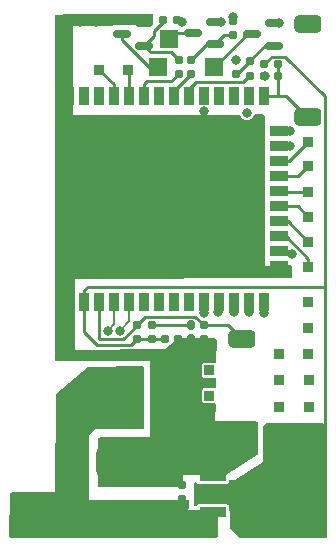
<source format=gbr>
G04 #@! TF.GenerationSoftware,KiCad,Pcbnew,7.0.1-0*
G04 #@! TF.CreationDate,2025-03-17T17:28:37+01:00*
G04 #@! TF.ProjectId,LED-Controller,4c45442d-436f-46e7-9472-6f6c6c65722e,rev?*
G04 #@! TF.SameCoordinates,Original*
G04 #@! TF.FileFunction,Copper,L1,Top*
G04 #@! TF.FilePolarity,Positive*
%FSLAX46Y46*%
G04 Gerber Fmt 4.6, Leading zero omitted, Abs format (unit mm)*
G04 Created by KiCad (PCBNEW 7.0.1-0) date 2025-03-17 17:28:37*
%MOMM*%
%LPD*%
G01*
G04 APERTURE LIST*
G04 Aperture macros list*
%AMRoundRect*
0 Rectangle with rounded corners*
0 $1 Rounding radius*
0 $2 $3 $4 $5 $6 $7 $8 $9 X,Y pos of 4 corners*
0 Add a 4 corners polygon primitive as box body*
4,1,4,$2,$3,$4,$5,$6,$7,$8,$9,$2,$3,0*
0 Add four circle primitives for the rounded corners*
1,1,$1+$1,$2,$3*
1,1,$1+$1,$4,$5*
1,1,$1+$1,$6,$7*
1,1,$1+$1,$8,$9*
0 Add four rect primitives between the rounded corners*
20,1,$1+$1,$2,$3,$4,$5,0*
20,1,$1+$1,$4,$5,$6,$7,0*
20,1,$1+$1,$6,$7,$8,$9,0*
20,1,$1+$1,$8,$9,$2,$3,0*%
%AMFreePoly0*
4,1,9,5.362500,-0.866500,1.237500,-0.866500,1.237500,-0.450000,-1.237500,-0.450000,-1.237500,0.450000,1.237500,0.450000,1.237500,0.866500,5.362500,0.866500,5.362500,-0.866500,5.362500,-0.866500,$1*%
G04 Aperture macros list end*
G04 #@! TA.AperFunction,SMDPad,CuDef*
%ADD10R,2.300000X0.900000*%
G04 #@! TD*
G04 #@! TA.AperFunction,SMDPad,CuDef*
%ADD11FreePoly0,0.000000*%
G04 #@! TD*
G04 #@! TA.AperFunction,SMDPad,CuDef*
%ADD12RoundRect,0.381000X0.762000X0.381000X-0.762000X0.381000X-0.762000X-0.381000X0.762000X-0.381000X0*%
G04 #@! TD*
G04 #@! TA.AperFunction,SMDPad,CuDef*
%ADD13RoundRect,0.381000X-0.762000X-0.381000X0.762000X-0.381000X0.762000X0.381000X-0.762000X0.381000X0*%
G04 #@! TD*
G04 #@! TA.AperFunction,SMDPad,CuDef*
%ADD14RoundRect,0.160000X0.160000X-0.197500X0.160000X0.197500X-0.160000X0.197500X-0.160000X-0.197500X0*%
G04 #@! TD*
G04 #@! TA.AperFunction,ComponentPad*
%ADD15R,0.850000X0.850000*%
G04 #@! TD*
G04 #@! TA.AperFunction,SMDPad,CuDef*
%ADD16RoundRect,0.150000X0.587500X0.150000X-0.587500X0.150000X-0.587500X-0.150000X0.587500X-0.150000X0*%
G04 #@! TD*
G04 #@! TA.AperFunction,SMDPad,CuDef*
%ADD17RoundRect,0.160000X-0.197500X-0.160000X0.197500X-0.160000X0.197500X0.160000X-0.197500X0.160000X0*%
G04 #@! TD*
G04 #@! TA.AperFunction,SMDPad,CuDef*
%ADD18R,0.900000X1.500000*%
G04 #@! TD*
G04 #@! TA.AperFunction,SMDPad,CuDef*
%ADD19R,1.500000X0.900000*%
G04 #@! TD*
G04 #@! TA.AperFunction,SMDPad,CuDef*
%ADD20R,1.050000X1.050000*%
G04 #@! TD*
G04 #@! TA.AperFunction,HeatsinkPad*
%ADD21C,0.600000*%
G04 #@! TD*
G04 #@! TA.AperFunction,SMDPad,CuDef*
%ADD22R,4.200000X4.200000*%
G04 #@! TD*
G04 #@! TA.AperFunction,SMDPad,CuDef*
%ADD23RoundRect,0.155000X0.212500X0.155000X-0.212500X0.155000X-0.212500X-0.155000X0.212500X-0.155000X0*%
G04 #@! TD*
G04 #@! TA.AperFunction,ComponentPad*
%ADD24RoundRect,0.250000X0.550000X0.550000X-0.550000X0.550000X-0.550000X-0.550000X0.550000X-0.550000X0*%
G04 #@! TD*
G04 #@! TA.AperFunction,ComponentPad*
%ADD25RoundRect,0.250000X-0.550000X-0.550000X0.550000X-0.550000X0.550000X0.550000X-0.550000X0.550000X0*%
G04 #@! TD*
G04 #@! TA.AperFunction,ComponentPad*
%ADD26RoundRect,0.875000X0.875000X-0.875000X0.875000X0.875000X-0.875000X0.875000X-0.875000X-0.875000X0*%
G04 #@! TD*
G04 #@! TA.AperFunction,ComponentPad*
%ADD27RoundRect,0.750000X1.000000X-0.750000X1.000000X0.750000X-1.000000X0.750000X-1.000000X-0.750000X0*%
G04 #@! TD*
G04 #@! TA.AperFunction,ComponentPad*
%ADD28R,3.500000X3.500000*%
G04 #@! TD*
G04 #@! TA.AperFunction,SMDPad,CuDef*
%ADD29RoundRect,0.155000X-0.155000X0.212500X-0.155000X-0.212500X0.155000X-0.212500X0.155000X0.212500X0*%
G04 #@! TD*
G04 #@! TA.AperFunction,SMDPad,CuDef*
%ADD30RoundRect,0.160000X0.160000X-0.222500X0.160000X0.222500X-0.160000X0.222500X-0.160000X-0.222500X0*%
G04 #@! TD*
G04 #@! TA.AperFunction,SMDPad,CuDef*
%ADD31RoundRect,0.155000X-0.212500X-0.155000X0.212500X-0.155000X0.212500X0.155000X-0.212500X0.155000X0*%
G04 #@! TD*
G04 #@! TA.AperFunction,SMDPad,CuDef*
%ADD32RoundRect,0.155000X0.155000X-0.212500X0.155000X0.212500X-0.155000X0.212500X-0.155000X-0.212500X0*%
G04 #@! TD*
G04 #@! TA.AperFunction,ViaPad*
%ADD33C,0.800000*%
G04 #@! TD*
G04 #@! TA.AperFunction,Conductor*
%ADD34C,0.250000*%
G04 #@! TD*
G04 #@! TA.AperFunction,Conductor*
%ADD35C,0.200000*%
G04 #@! TD*
G04 APERTURE END LIST*
D10*
G04 #@! TO.P,U2,1,GND*
G04 #@! TO.N,GNDREF*
X158992400Y-124077600D03*
D11*
G04 #@! TO.P,U2,2,VO*
G04 #@! TO.N,+3.3V*
X159079900Y-125577600D03*
D10*
G04 #@! TO.P,U2,3,VI*
G04 #@! TO.N,+12V*
X158992400Y-127077600D03*
G04 #@! TD*
D12*
G04 #@! TO.P,SW1,1,1*
G04 #@! TO.N,GNDREF*
X161442400Y-120294400D03*
G04 #@! TO.P,SW1,2,2*
G04 #@! TO.N,EN*
X161442400Y-112420400D03*
G04 #@! TD*
D13*
G04 #@! TO.P,SW2,1,1*
G04 #@! TO.N,GNDREF*
X167030400Y-85795600D03*
G04 #@! TO.P,SW2,2,2*
G04 #@! TO.N,IO0*
X167030400Y-93669600D03*
G04 #@! TD*
D14*
G04 #@! TO.P,R5,1*
G04 #@! TO.N,LED-B*
X162153600Y-90157900D03*
G04 #@! TO.P,R5,2*
G04 #@! TO.N,Net-(Q3-G)*
X162153600Y-88962900D03*
G04 #@! TD*
D15*
G04 #@! TO.P,J22,1,Pin_1*
G04 #@! TO.N,SDI{slash}SD1*
X167081200Y-95758000D03*
G04 #@! TD*
G04 #@! TO.P,J11,1,Pin_1*
G04 #@! TO.N,Net-(J11-Pin_1)*
X167132000Y-118211600D03*
G04 #@! TD*
G04 #@! TO.P,J19,1,Pin_1*
G04 #@! TO.N,SCK{slash}SD3*
X167081200Y-99974400D03*
G04 #@! TD*
G04 #@! TO.P,J25,1,Pin_1*
G04 #@! TO.N,Sensor_VP*
X158699200Y-117246400D03*
G04 #@! TD*
G04 #@! TO.P,J24,1,Pin_1*
G04 #@! TO.N,Sensor_VN*
X158699200Y-115112800D03*
G04 #@! TD*
G04 #@! TO.P,J23,1,Pin_1*
G04 #@! TO.N,SDO{slash}SD0*
X167081200Y-97840800D03*
G04 #@! TD*
G04 #@! TO.P,J21,1,Pin_1*
G04 #@! TO.N,SHD{slash}SD2*
X167081200Y-106375200D03*
G04 #@! TD*
G04 #@! TO.P,J20,1,Pin_1*
G04 #@! TO.N,SWP{slash}SD3*
X167081200Y-104241600D03*
G04 #@! TD*
G04 #@! TO.P,J18,1,Pin_1*
G04 #@! TO.N,SCS{slash}CMD*
X167081200Y-102108000D03*
G04 #@! TD*
G04 #@! TO.P,J17,1,Pin_1*
G04 #@! TO.N,Net-(J17-Pin_1)*
X167030400Y-109321600D03*
G04 #@! TD*
G04 #@! TO.P,J16,1,Pin_1*
G04 #@! TO.N,Net-(J16-Pin_1)*
X167081200Y-111506000D03*
G04 #@! TD*
G04 #@! TO.P,J15,1,Pin_1*
G04 #@! TO.N,Net-(J15-Pin_1)*
X167081200Y-113690400D03*
G04 #@! TD*
G04 #@! TO.P,J14,1,Pin_1*
G04 #@! TO.N,Net-(J14-Pin_1)*
X164592000Y-113690400D03*
G04 #@! TD*
G04 #@! TO.P,J13,1,Pin_1*
G04 #@! TO.N,Net-(J13-Pin_1)*
X167132000Y-115925600D03*
G04 #@! TD*
G04 #@! TO.P,J12,1,Pin_1*
G04 #@! TO.N,Net-(J12-Pin_1)*
X164592000Y-115925600D03*
G04 #@! TD*
G04 #@! TO.P,J5,1,Pin_1*
G04 #@! TO.N,Net-(J5-Pin_1)*
X164592000Y-118211600D03*
G04 #@! TD*
D16*
G04 #@! TO.P,Q3,3,D*
G04 #@! TO.N,LED-B-Out*
X162306000Y-86664800D03*
G04 #@! TO.P,Q3,2,S*
G04 #@! TO.N,GNDREF*
X164181000Y-85714800D03*
G04 #@! TO.P,Q3,1,G*
G04 #@! TO.N,Net-(Q3-G)*
X164181000Y-87614800D03*
G04 #@! TD*
G04 #@! TO.P,Q2,1,G*
G04 #@! TO.N,Net-(Q2-G)*
X153157400Y-87614800D03*
G04 #@! TO.P,Q2,2,S*
G04 #@! TO.N,GNDREF*
X153157400Y-85714800D03*
G04 #@! TO.P,Q2,3,D*
G04 #@! TO.N,LED-G-Out*
X151282400Y-86664800D03*
G04 #@! TD*
D14*
G04 #@! TO.P,R9,1*
G04 #@! TO.N,+3.3V*
X153822400Y-112437800D03*
G04 #@! TO.P,R9,2*
G04 #@! TO.N,Net-(D1-A)*
X153822400Y-111242800D03*
G04 #@! TD*
D17*
G04 #@! TO.P,R4,1*
G04 #@! TO.N,Net-(Q2-G)*
X154748900Y-85445600D03*
G04 #@! TO.P,R4,2*
G04 #@! TO.N,GNDREF*
X155943900Y-85445600D03*
G04 #@! TD*
D18*
G04 #@! TO.P,U1,1,GND*
G04 #@! TO.N,GNDREF*
X146837000Y-109346400D03*
G04 #@! TO.P,U1,2,VDD*
G04 #@! TO.N,+3.3V*
X148107000Y-109346400D03*
G04 #@! TO.P,U1,3,EN*
G04 #@! TO.N,EN*
X149377000Y-109346400D03*
G04 #@! TO.P,U1,4,SENSOR_VP*
G04 #@! TO.N,Sensor_VP*
X150647000Y-109346400D03*
G04 #@! TO.P,U1,5,SENSOR_VN*
G04 #@! TO.N,Sensor_VN*
X151917000Y-109346400D03*
G04 #@! TO.P,U1,6,IO34*
G04 #@! TO.N,unconnected-(U1-IO34-Pad6)*
X153187000Y-109346400D03*
G04 #@! TO.P,U1,7,IO35*
G04 #@! TO.N,unconnected-(U1-IO35-Pad7)*
X154457000Y-109346400D03*
G04 #@! TO.P,U1,8,IO32*
G04 #@! TO.N,unconnected-(U1-IO32-Pad8)*
X155727000Y-109346400D03*
G04 #@! TO.P,U1,9,IO33*
G04 #@! TO.N,unconnected-(U1-IO33-Pad9)*
X156997000Y-109346400D03*
G04 #@! TO.P,U1,10,IO25*
G04 #@! TO.N,RGB-8*
X158267000Y-109346400D03*
G04 #@! TO.P,U1,11,IO26*
G04 #@! TO.N,RGB-7*
X159537000Y-109346400D03*
G04 #@! TO.P,U1,12,IO27*
G04 #@! TO.N,RGB-6*
X160807000Y-109346400D03*
G04 #@! TO.P,U1,13,IO14*
G04 #@! TO.N,RGB-5*
X162077000Y-109346400D03*
G04 #@! TO.P,U1,14,IO12*
G04 #@! TO.N,RGB-4*
X163347000Y-109346400D03*
D19*
G04 #@! TO.P,U1,15,GND*
G04 #@! TO.N,GNDREF*
X164597000Y-106306400D03*
G04 #@! TO.P,U1,16,IO13*
G04 #@! TO.N,RGB-3*
X164597000Y-105036400D03*
G04 #@! TO.P,U1,17,SHD/SD2*
G04 #@! TO.N,SHD{slash}SD2*
X164597000Y-103766400D03*
G04 #@! TO.P,U1,18,SWP/SD3*
G04 #@! TO.N,SWP{slash}SD3*
X164597000Y-102496400D03*
G04 #@! TO.P,U1,19,SCS/CMD*
G04 #@! TO.N,SCS{slash}CMD*
X164597000Y-101226400D03*
G04 #@! TO.P,U1,20,SCK/CLK*
G04 #@! TO.N,SCK{slash}SD3*
X164597000Y-99956400D03*
G04 #@! TO.P,U1,21,SDO/SD0*
G04 #@! TO.N,SDO{slash}SD0*
X164597000Y-98686400D03*
G04 #@! TO.P,U1,22,SDI/SD1*
G04 #@! TO.N,SDI{slash}SD1*
X164597000Y-97416400D03*
G04 #@! TO.P,U1,23,IO15*
G04 #@! TO.N,RGB-2*
X164597000Y-96146400D03*
G04 #@! TO.P,U1,24,IO2*
G04 #@! TO.N,RGB-1*
X164597000Y-94876400D03*
D18*
G04 #@! TO.P,U1,25,IO0*
G04 #@! TO.N,IO0*
X163347000Y-91846400D03*
G04 #@! TO.P,U1,26,IO4*
G04 #@! TO.N,unconnected-(U1-IO4-Pad26)*
X162077000Y-91846400D03*
G04 #@! TO.P,U1,27,IO16*
G04 #@! TO.N,unconnected-(U1-IO16-Pad27)*
X160807000Y-91846400D03*
G04 #@! TO.P,U1,28,IO17*
G04 #@! TO.N,unconnected-(U1-IO17-Pad28)*
X159537000Y-91846400D03*
G04 #@! TO.P,U1,29,IO5*
G04 #@! TO.N,unconnected-(U1-IO5-Pad29)*
X158267000Y-91846400D03*
G04 #@! TO.P,U1,30,IO18*
G04 #@! TO.N,LED-B*
X156997000Y-91846400D03*
G04 #@! TO.P,U1,31,IO19*
G04 #@! TO.N,LED-R*
X155727000Y-91846400D03*
G04 #@! TO.P,U1,32,NC*
G04 #@! TO.N,unconnected-(U1-NC-Pad32)*
X154457000Y-91846400D03*
G04 #@! TO.P,U1,33,IO21*
G04 #@! TO.N,LED-G*
X153187000Y-91846400D03*
G04 #@! TO.P,U1,34,RXD0/IO3*
G04 #@! TO.N,RX*
X151917000Y-91846400D03*
G04 #@! TO.P,U1,35,TXD0/IO1*
G04 #@! TO.N,TX*
X150647000Y-91846400D03*
G04 #@! TO.P,U1,36,IO22*
G04 #@! TO.N,unconnected-(U1-IO22-Pad36)*
X149377000Y-91846400D03*
G04 #@! TO.P,U1,37,IO23*
G04 #@! TO.N,unconnected-(U1-IO23-Pad37)*
X148107000Y-91846400D03*
G04 #@! TO.P,U1,38,GND*
G04 #@! TO.N,GNDREF*
X146837000Y-91846400D03*
D20*
G04 #@! TO.P,U1,39,GND*
X152652000Y-102801400D03*
D21*
X153414500Y-102801400D03*
D20*
X154177000Y-102801400D03*
D21*
X154939500Y-102801400D03*
D20*
X155702000Y-102801400D03*
D21*
X152652000Y-102038900D03*
X154177000Y-102038900D03*
X155702000Y-102038900D03*
D20*
X152652000Y-101276400D03*
D21*
X153414500Y-101276400D03*
D20*
X154177000Y-101276400D03*
D22*
X154177000Y-101276400D03*
D21*
X154939500Y-101276400D03*
D20*
X155702000Y-101276400D03*
D21*
X152652000Y-100513900D03*
X154177000Y-100513900D03*
X155702000Y-100513900D03*
D20*
X152652000Y-99751400D03*
D21*
X153414500Y-99751400D03*
D20*
X154177000Y-99751400D03*
D21*
X154939500Y-99751400D03*
D20*
X155702000Y-99751400D03*
G04 #@! TD*
D15*
G04 #@! TO.P,J8,1,Pin_1*
G04 #@! TO.N,RX*
X151790400Y-89662000D03*
G04 #@! TD*
D23*
G04 #@! TO.P,C1,1*
G04 #@! TO.N,GNDREF*
X156066300Y-112471200D03*
G04 #@! TO.P,C1,2*
G04 #@! TO.N,+3.3V*
X154931300Y-112471200D03*
G04 #@! TD*
D24*
G04 #@! TO.P,J6,1,Pin_1*
G04 #@! TO.N,LED-G-Out*
X154330400Y-89408000D03*
G04 #@! TD*
D15*
G04 #@! TO.P,J7,1,Pin_1*
G04 #@! TO.N,TX*
X149402800Y-89662000D03*
G04 #@! TD*
D25*
G04 #@! TO.P,J3,1,Pin_1*
G04 #@! TO.N,LED-B-Out*
X159105600Y-89408000D03*
G04 #@! TD*
D26*
G04 #@! TO.P,J1,3,MountPin*
G04 #@! TO.N,GNDREF*
X155576000Y-119890800D03*
D27*
G04 #@! TO.P,J1,2*
X150876000Y-122890800D03*
D28*
G04 #@! TO.P,J1,1*
G04 #@! TO.N,+12V*
X150876000Y-116890800D03*
G04 #@! TD*
D15*
G04 #@! TO.P,J9,1,Pin_1*
G04 #@! TO.N,GNDREF*
X158851600Y-120700800D03*
G04 #@! TD*
D14*
G04 #@! TO.P,R7,1*
G04 #@! TO.N,+3.3V*
X152552400Y-112437800D03*
G04 #@! TO.P,R7,2*
G04 #@! TO.N,EN*
X152552400Y-111242800D03*
G04 #@! TD*
G04 #@! TO.P,R3,1*
G04 #@! TO.N,LED-G*
X156108400Y-90005500D03*
G04 #@! TO.P,R3,2*
G04 #@! TO.N,Net-(Q2-G)*
X156108400Y-88810500D03*
G04 #@! TD*
G04 #@! TO.P,R2,1*
G04 #@! TO.N,Net-(Q1-G)*
X160731200Y-86754300D03*
G04 #@! TO.P,R2,2*
G04 #@! TO.N,GNDREF*
X160731200Y-85559300D03*
G04 #@! TD*
G04 #@! TO.P,R1,1*
G04 #@! TO.N,LED-R*
X157175200Y-90005500D03*
G04 #@! TO.P,R1,2*
G04 #@! TO.N,Net-(Q1-G)*
X157175200Y-88810500D03*
G04 #@! TD*
D29*
G04 #@! TO.P,C4,1*
G04 #@! TO.N,GNDREF*
X156362400Y-124857700D03*
G04 #@! TO.P,C4,2*
G04 #@! TO.N,+12V*
X156362400Y-125992700D03*
G04 #@! TD*
D17*
G04 #@! TO.P,R8,1*
G04 #@! TO.N,+3.3V*
X163334100Y-89204800D03*
G04 #@! TO.P,R8,2*
G04 #@! TO.N,IO0*
X164529100Y-89204800D03*
G04 #@! TD*
D30*
G04 #@! TO.P,D1,1,K*
G04 #@! TO.N,GNDREF*
X157175200Y-112434100D03*
G04 #@! TO.P,D1,2,A*
G04 #@! TO.N,Net-(D1-A)*
X157175200Y-111289100D03*
G04 #@! TD*
D14*
G04 #@! TO.P,R6,1*
G04 #@! TO.N,Net-(Q3-G)*
X160985200Y-90005500D03*
G04 #@! TO.P,R6,2*
G04 #@! TO.N,GNDREF*
X160985200Y-88810500D03*
G04 #@! TD*
D24*
G04 #@! TO.P,J4,1,Pin_1*
G04 #@! TO.N,LED-R-Out*
X155295600Y-87020400D03*
G04 #@! TD*
D15*
G04 #@! TO.P,J10,1,Pin_1*
G04 #@! TO.N,+3.3V*
X167335200Y-125526800D03*
G04 #@! TD*
D31*
G04 #@! TO.P,C3,1*
G04 #@! TO.N,GNDREF*
X163364100Y-90220800D03*
G04 #@! TO.P,C3,2*
G04 #@! TO.N,IO0*
X164499100Y-90220800D03*
G04 #@! TD*
D32*
G04 #@! TO.P,C2,2*
G04 #@! TO.N,EN*
X158292800Y-111302800D03*
G04 #@! TO.P,C2,1*
G04 #@! TO.N,GNDREF*
X158292800Y-112437800D03*
G04 #@! TD*
D16*
G04 #@! TO.P,Q1,1,G*
G04 #@! TO.N,Net-(Q1-G)*
X159202600Y-87513200D03*
G04 #@! TO.P,Q1,2,S*
G04 #@! TO.N,GNDREF*
X159202600Y-85613200D03*
G04 #@! TO.P,Q1,3,D*
G04 #@! TO.N,LED-R-Out*
X157327600Y-86563200D03*
G04 #@! TD*
D25*
G04 #@! TO.P,J2,1,Pin_1*
G04 #@! TO.N,+12V*
X143814800Y-127558800D03*
G04 #@! TD*
D33*
G04 #@! TO.N,GNDREF*
X158242000Y-93195902D03*
G04 #@! TO.N,+5V*
X161899600Y-93319600D03*
G04 #@! TO.N,GNDREF*
X163423600Y-90220800D03*
X160985200Y-88810500D03*
X160731200Y-85236000D03*
X156413200Y-85648800D03*
X167030400Y-85750400D03*
X149148800Y-85648800D03*
X147777200Y-85648800D03*
X146507200Y-85648800D03*
X159664400Y-85598000D03*
X164642800Y-85699600D03*
X153517600Y-85445600D03*
G04 #@! TO.N,RGB-6*
X160807000Y-110185200D03*
G04 #@! TO.N,RGB-7*
X159461200Y-110185200D03*
G04 #@! TO.N,RGB-5*
X162052000Y-110185200D03*
G04 #@! TO.N,RGB-4*
X163322000Y-110236000D03*
G04 #@! TO.N,RGB-3*
X165676601Y-105290599D03*
G04 #@! TO.N,RGB-8*
X158292800Y-110236000D03*
G04 #@! TO.N,Sensor_VN*
X151101003Y-111758800D03*
G04 #@! TO.N,Sensor_VP*
X150101500Y-111758800D03*
G04 #@! TO.N,RGB-2*
X165557200Y-96146400D03*
G04 #@! TO.N,RGB-1*
X165557200Y-94876400D03*
G04 #@! TD*
D34*
G04 #@! TO.N,+3.3V*
X167335200Y-125526800D02*
X159130700Y-125526800D01*
X159130700Y-125526800D02*
X159079900Y-125577600D01*
G04 #@! TO.N,GNDREF*
X163423600Y-90220800D02*
X163306706Y-90220800D01*
G04 #@! TO.N,Net-(Q2-G)*
X153157400Y-87614800D02*
X153986900Y-86785300D01*
X154748900Y-85585900D02*
X154748900Y-85445600D01*
X153986900Y-86785300D02*
X153986900Y-86347900D01*
X153986900Y-86347900D02*
X154748900Y-85585900D01*
X156108400Y-88810500D02*
X155486700Y-88188800D01*
X155486700Y-88188800D02*
X153731400Y-88188800D01*
X153731400Y-88188800D02*
X153157400Y-87614800D01*
G04 #@! TO.N,LED-B-Out*
X162306000Y-86664800D02*
X161899600Y-86664800D01*
X161899600Y-86664800D02*
X159156400Y-89408000D01*
X159156400Y-89408000D02*
X159105600Y-89408000D01*
G04 #@! TO.N,Net-(Q1-G)*
X160731200Y-86754300D02*
X159961500Y-86754300D01*
X159961500Y-86754300D02*
X159202600Y-87513200D01*
G04 #@! TO.N,GNDREF*
X153517600Y-85445600D02*
X153426600Y-85445600D01*
X153426600Y-85445600D02*
X153157400Y-85714800D01*
X156413200Y-85648800D02*
X155943900Y-85648800D01*
X159664400Y-85598000D02*
X159217800Y-85598000D01*
X159217800Y-85598000D02*
X159202600Y-85613200D01*
X167030400Y-85750400D02*
X167030400Y-85795600D01*
X164196200Y-85699600D02*
X164181000Y-85714800D01*
G04 #@! TO.N,EN*
X149377000Y-112483300D02*
X149377000Y-109346400D01*
G04 #@! TO.N,GNDREF*
X167030400Y-85744800D02*
X167081200Y-85795600D01*
X167030400Y-85750400D02*
X167030400Y-85744800D01*
X167036000Y-85750400D02*
X167030400Y-85750400D01*
X146837000Y-92126200D02*
X146837000Y-91846400D01*
X146633800Y-91643200D02*
X146633800Y-92074600D01*
X146633800Y-92074600D02*
X146761200Y-92202000D01*
X146761200Y-92202000D02*
X146837000Y-92126200D01*
X149352000Y-85445600D02*
X149148800Y-85648800D01*
X146507200Y-85648800D02*
X146405600Y-85547200D01*
X146405600Y-85547200D02*
X146405600Y-85496400D01*
G04 #@! TO.N,RX*
X151917000Y-91846400D02*
X151917000Y-89788600D01*
X151917000Y-89788600D02*
X151790400Y-89662000D01*
G04 #@! TO.N,TX*
X150647000Y-91846400D02*
X150647000Y-90906200D01*
X150647000Y-90906200D02*
X149402800Y-89662000D01*
G04 #@! TO.N,LED-B*
X161569000Y-90691700D02*
X157571700Y-90691700D01*
X157571700Y-90691700D02*
X156997000Y-91266400D01*
X156997000Y-91266400D02*
X156997000Y-91846400D01*
G04 #@! TO.N,LED-G*
X156108400Y-90005500D02*
X155479300Y-90634600D01*
X155479300Y-90634600D02*
X153398800Y-90634600D01*
X153398800Y-90634600D02*
X153187000Y-90846400D01*
X153187000Y-90846400D02*
X153187000Y-91846400D01*
G04 #@! TO.N,LED-R*
X157175200Y-90005500D02*
X155727000Y-91453700D01*
X155727000Y-91453700D02*
X155727000Y-91846400D01*
G04 #@! TO.N,LED-G-Out*
X151282400Y-86664800D02*
X151282400Y-87149051D01*
X151282400Y-87149051D02*
X153642949Y-89509600D01*
X153642949Y-89509600D02*
X154330400Y-89509600D01*
G04 #@! TO.N,GNDREF*
X157175200Y-112434100D02*
X156103400Y-112434100D01*
X156103400Y-112434100D02*
X156066300Y-112471200D01*
X157175200Y-112434100D02*
X158289100Y-112434100D01*
X158289100Y-112434100D02*
X158292800Y-112437800D01*
G04 #@! TO.N,EN*
X158292800Y-111302800D02*
X160324800Y-111302800D01*
X160324800Y-111302800D02*
X161442400Y-112420400D01*
X152552400Y-111242800D02*
X153234900Y-110560300D01*
X153234900Y-110560300D02*
X157514794Y-110560300D01*
X157514794Y-110560300D02*
X158257294Y-111302800D01*
X158257294Y-111302800D02*
X158292800Y-111302800D01*
G04 #@! TO.N,Net-(D1-A)*
X153822400Y-111242800D02*
X153868700Y-111289100D01*
X153868700Y-111289100D02*
X157175200Y-111289100D01*
G04 #@! TO.N,+3.3V*
X153822400Y-112437800D02*
X154897900Y-112437800D01*
X154897900Y-112437800D02*
X154931300Y-112471200D01*
G04 #@! TO.N,GNDREF*
X156358700Y-112434100D02*
X156362400Y-112437800D01*
G04 #@! TO.N,+3.3V*
X152552400Y-112437800D02*
X152056900Y-112933300D01*
X148107000Y-111849696D02*
X148107000Y-109346400D01*
X152056900Y-112933300D02*
X149190604Y-112933300D01*
X149190604Y-112933300D02*
X148107000Y-111849696D01*
X152552400Y-112437800D02*
X153822400Y-112437800D01*
G04 #@! TO.N,EN*
X152552400Y-111242800D02*
X152552400Y-111353600D01*
X152552400Y-111353600D02*
X151422700Y-112483300D01*
X151422700Y-112483300D02*
X149377000Y-112483300D01*
G04 #@! TO.N,RGB-4*
X163322000Y-110236000D02*
X163322000Y-109371400D01*
X163322000Y-109371400D02*
X163347000Y-109346400D01*
G04 #@! TO.N,RGB-5*
X162052000Y-110185200D02*
X162052000Y-109371400D01*
X162052000Y-109371400D02*
X162077000Y-109346400D01*
D35*
G04 #@! TO.N,Sensor_VP*
X150647000Y-109346400D02*
X150647000Y-111213300D01*
X150647000Y-111213300D02*
X150101500Y-111758800D01*
G04 #@! TO.N,Sensor_VN*
X151101003Y-111758800D02*
X151917000Y-110942803D01*
X151917000Y-110942803D02*
X151917000Y-109346400D01*
D34*
G04 #@! TO.N,RGB-6*
X160807000Y-109346400D02*
X160807000Y-110414317D01*
G04 #@! TO.N,GNDREF*
X164597000Y-106306400D02*
X164597000Y-106329400D01*
G04 #@! TO.N,RGB-3*
X165422402Y-105036400D02*
X165676601Y-105290599D01*
X164597000Y-105036400D02*
X165422402Y-105036400D01*
G04 #@! TO.N,RGB-2*
X165557200Y-96146400D02*
X164597000Y-96146400D01*
G04 #@! TO.N,RGB-1*
X165557200Y-94876400D02*
X164597000Y-94876400D01*
G04 #@! TO.N,SDI{slash}SD1*
X167081200Y-95758000D02*
X165422800Y-97416400D01*
X165422800Y-97416400D02*
X164597000Y-97416400D01*
G04 #@! TO.N,SDO{slash}SD0*
X167081200Y-97840800D02*
X166235600Y-98686400D01*
X166235600Y-98686400D02*
X164597000Y-98686400D01*
G04 #@! TO.N,SCK{slash}SD3*
X167081200Y-99974400D02*
X164615000Y-99974400D01*
X164615000Y-99974400D02*
X164597000Y-99956400D01*
G04 #@! TO.N,SCS{slash}CMD*
X167081200Y-102108000D02*
X166199600Y-101226400D01*
X166199600Y-101226400D02*
X164597000Y-101226400D01*
G04 #@! TO.N,SWP{slash}SD3*
X167081200Y-104241600D02*
X165336000Y-102496400D01*
X165336000Y-102496400D02*
X164597000Y-102496400D01*
G04 #@! TO.N,SHD{slash}SD2*
X167081200Y-106375200D02*
X167081200Y-105670600D01*
X167081200Y-105670600D02*
X165177000Y-103766400D01*
X165177000Y-103766400D02*
X164597000Y-103766400D01*
G04 #@! TO.N,+3.3V*
X168503600Y-106463200D02*
X168503600Y-108000800D01*
X168503600Y-108000800D02*
X168503600Y-123088400D01*
X168484400Y-108020000D02*
X168503600Y-108000800D01*
X163955000Y-108020000D02*
X168484400Y-108020000D01*
X163334100Y-89204800D02*
X163979100Y-88559800D01*
X163979100Y-88559800D02*
X165142800Y-88559800D01*
X168498400Y-91915400D02*
X168498400Y-106458000D01*
X168498400Y-106458000D02*
X168503600Y-106463200D01*
X165142800Y-88559800D02*
X168498400Y-91915400D01*
X168503600Y-123088400D02*
X167335200Y-124256800D01*
X167335200Y-124256800D02*
X167335200Y-125526800D01*
G04 #@! TO.N,GNDREF*
X163364100Y-90220800D02*
X163423600Y-90220800D01*
G04 #@! TO.N,IO0*
X163347000Y-91846400D02*
X164592000Y-91846400D01*
X164592000Y-91846400D02*
X165169800Y-91846400D01*
X164499100Y-90220800D02*
X164499100Y-91753500D01*
X164499100Y-91753500D02*
X164592000Y-91846400D01*
X164529100Y-89204800D02*
X164529100Y-90190800D01*
X164529100Y-90190800D02*
X164499100Y-90220800D01*
G04 #@! TO.N,GNDREF*
X161442400Y-120294400D02*
X161036000Y-120700800D01*
G04 #@! TO.N,+12V*
X156362400Y-127863600D02*
X147929600Y-127863600D01*
X147878800Y-127812800D02*
X147878800Y-119888000D01*
X147929600Y-127863600D02*
X147878800Y-127812800D01*
X147878800Y-119888000D02*
X150876000Y-116890800D01*
X156362400Y-127863600D02*
X156413200Y-127914400D01*
X156362400Y-125992700D02*
X156362400Y-127863600D01*
X156450000Y-127877600D02*
X158292400Y-127877600D01*
X156413200Y-127914400D02*
X156450000Y-127877600D01*
G04 #@! TO.N,IO0*
X165169800Y-91846400D02*
X166993000Y-93669600D01*
G04 #@! TO.N,GNDREF*
X167051200Y-85765600D02*
X167036000Y-85750400D01*
G04 #@! TO.N,+3.3V*
X148107000Y-108346400D02*
X148107000Y-109346400D01*
X148433400Y-108020000D02*
X148107000Y-108346400D01*
X163955000Y-108020000D02*
X148433400Y-108020000D01*
G04 #@! TO.N,GNDREF*
X158842500Y-122419300D02*
X158851200Y-122428000D01*
X158851200Y-120701200D02*
X158851600Y-120700800D01*
X151144300Y-122622500D02*
X150876000Y-122890800D01*
X158851200Y-123226800D02*
X158851200Y-122428000D01*
G04 #@! TO.N,LED-B*
X161569000Y-90691700D02*
X162153600Y-90107100D01*
G04 #@! TO.N,LED-R-Out*
X155854400Y-86563200D02*
X155194000Y-87223600D01*
X157327600Y-86563200D02*
X155854400Y-86563200D01*
G04 #@! TO.N,Net-(Q1-G)*
X157175200Y-88810500D02*
X158472500Y-87513200D01*
X158472500Y-87513200D02*
X159202600Y-87513200D01*
G04 #@! TO.N,Net-(Q3-G)*
X162153600Y-88912100D02*
X162153600Y-88869345D01*
X163408145Y-87614800D02*
X164181000Y-87614800D01*
X160985200Y-90056300D02*
X161009400Y-90056300D01*
X162153600Y-88869345D02*
X163408145Y-87614800D01*
X161009400Y-90056300D02*
X162153600Y-88912100D01*
G04 #@! TD*
G04 #@! TA.AperFunction,Conductor*
G04 #@! TO.N,+12V*
G36*
X153099789Y-114756237D02*
G01*
X153145877Y-114801213D01*
X153163194Y-114863239D01*
X153211600Y-119915212D01*
X153195387Y-119977713D01*
X153149949Y-120023589D01*
X153087606Y-120040400D01*
X149047199Y-120040400D01*
X148539200Y-120548399D01*
X148539200Y-120548400D01*
X148539200Y-126085600D01*
X156898800Y-126085600D01*
X156960800Y-126102213D01*
X157006187Y-126147600D01*
X157022800Y-126209600D01*
X157022800Y-126694638D01*
X157013361Y-126742091D01*
X156986481Y-126782319D01*
X156870399Y-126898399D01*
X156870400Y-126898400D01*
X159286400Y-126898400D01*
X159348400Y-126915013D01*
X159393787Y-126960400D01*
X159410400Y-127022400D01*
X159410400Y-129162000D01*
X159393787Y-129224000D01*
X159348400Y-129269387D01*
X159286400Y-129286000D01*
X141908453Y-129286000D01*
X141845979Y-129269112D01*
X141800523Y-129223049D01*
X141784464Y-129160358D01*
X141831982Y-125573264D01*
X141849092Y-125512035D01*
X141894298Y-125467333D01*
X141955713Y-125450908D01*
X145676348Y-125443252D01*
X145694274Y-117202577D01*
X145705991Y-117150232D01*
X145738719Y-117107732D01*
X148454670Y-114836210D01*
X148491036Y-114815093D01*
X148532370Y-114807346D01*
X153037359Y-114740441D01*
X153099789Y-114756237D01*
G37*
G04 #@! TD.AperFunction*
G04 #@! TD*
G04 #@! TA.AperFunction,Conductor*
G04 #@! TO.N,+3.3V*
G36*
X168296491Y-119541839D02*
G01*
X168336719Y-119568719D01*
X168619681Y-119851681D01*
X168646561Y-119891909D01*
X168656000Y-119939362D01*
X168656000Y-129162852D01*
X168639529Y-129224605D01*
X168594493Y-129269953D01*
X168532855Y-129286849D01*
X161341862Y-129336442D01*
X161293950Y-129327169D01*
X161253326Y-129300126D01*
X160513519Y-128560319D01*
X160486639Y-128520091D01*
X160477200Y-128472638D01*
X160477200Y-127050801D01*
X160477200Y-127050800D01*
X160383946Y-126966871D01*
X160353626Y-126925153D01*
X160342900Y-126874705D01*
X160342900Y-126607851D01*
X160331267Y-126549369D01*
X160286952Y-126483047D01*
X160220630Y-126438732D01*
X160162149Y-126427100D01*
X160162148Y-126427100D01*
X157822652Y-126427100D01*
X157822651Y-126427100D01*
X157764169Y-126438732D01*
X157697848Y-126483047D01*
X157660802Y-126538491D01*
X157616153Y-126578958D01*
X157557700Y-126593600D01*
X157553200Y-126593600D01*
X157491200Y-126576987D01*
X157445813Y-126531600D01*
X157429200Y-126469600D01*
X157429200Y-124678866D01*
X157445010Y-124618277D01*
X157488410Y-124573139D01*
X157548331Y-124554962D01*
X157609494Y-124568381D01*
X157656302Y-124609975D01*
X157697847Y-124672152D01*
X157764169Y-124716467D01*
X157822651Y-124728100D01*
X157822652Y-124728100D01*
X160162148Y-124728100D01*
X160162149Y-124728100D01*
X160191389Y-124722283D01*
X160220631Y-124716467D01*
X160286952Y-124672152D01*
X160331267Y-124605831D01*
X160338716Y-124568381D01*
X160342900Y-124547349D01*
X160342900Y-124494709D01*
X160358910Y-124433764D01*
X160402807Y-124388558D01*
X160463254Y-124370763D01*
X160883600Y-124358400D01*
X163220400Y-122885200D01*
X163220400Y-119888562D01*
X163229839Y-119841109D01*
X163256719Y-119800881D01*
X163488881Y-119568719D01*
X163529109Y-119541839D01*
X163576562Y-119532400D01*
X168249038Y-119532400D01*
X168296491Y-119541839D01*
G37*
G04 #@! TD.AperFunction*
G04 #@! TD*
G04 #@! TA.AperFunction,Conductor*
G04 #@! TO.N,GNDREF*
G36*
X153911839Y-84969932D02*
G01*
X153957440Y-85015314D01*
X153974164Y-85077436D01*
X153974556Y-85775615D01*
X153958133Y-85837354D01*
X153913155Y-85882724D01*
X153851561Y-85899681D01*
X147199250Y-85953599D01*
X147199249Y-85953600D01*
X147181097Y-93471999D01*
X147181097Y-93472000D01*
X161221559Y-93452297D01*
X161269078Y-93461692D01*
X161309373Y-93488574D01*
X161336294Y-93528844D01*
X161375063Y-93622441D01*
X161471317Y-93747882D01*
X161596759Y-93844136D01*
X161742838Y-93904644D01*
X161899600Y-93925282D01*
X162056362Y-93904644D01*
X162202441Y-93844136D01*
X162327882Y-93747882D01*
X162424136Y-93622441D01*
X162463693Y-93526940D01*
X162490533Y-93486752D01*
X162530695Y-93459875D01*
X162578073Y-93450393D01*
X163251447Y-93449448D01*
X163313369Y-93465916D01*
X163358804Y-93511097D01*
X163375619Y-93572927D01*
X163429007Y-106273599D01*
X163429007Y-106273600D01*
X165585819Y-106197887D01*
X165648321Y-106212292D01*
X165695264Y-106256001D01*
X165714088Y-106317317D01*
X165744674Y-107160757D01*
X165729717Y-107224440D01*
X165684435Y-107271650D01*
X165621431Y-107289249D01*
X147330300Y-107389023D01*
X147330300Y-107389024D01*
X147339695Y-113358239D01*
X154962007Y-113347907D01*
X156094585Y-112378258D01*
X156133355Y-112355738D01*
X156177600Y-112348478D01*
X159195282Y-112406413D01*
X159256833Y-112424142D01*
X159301325Y-112470224D01*
X159316884Y-112532361D01*
X159287716Y-114366777D01*
X159275186Y-114419156D01*
X159241632Y-114461282D01*
X159193383Y-114485209D01*
X159156161Y-114486048D01*
X159156161Y-114487300D01*
X158254451Y-114487300D01*
X158195969Y-114498932D01*
X158129647Y-114543247D01*
X158085332Y-114609569D01*
X158073700Y-114668051D01*
X158073700Y-115557549D01*
X158085332Y-115616030D01*
X158129647Y-115682352D01*
X158195969Y-115726667D01*
X158254451Y-115738300D01*
X159139923Y-115738300D01*
X159202491Y-115755243D01*
X159247961Y-115801442D01*
X159263907Y-115864271D01*
X159253817Y-116498871D01*
X159236557Y-116560035D01*
X159191263Y-116604614D01*
X159129833Y-116620900D01*
X158254451Y-116620900D01*
X158195969Y-116632532D01*
X158129647Y-116676847D01*
X158085332Y-116743169D01*
X158073700Y-116801651D01*
X158073700Y-117691149D01*
X158085332Y-117749630D01*
X158129647Y-117815952D01*
X158195969Y-117860267D01*
X158254451Y-117871900D01*
X159105999Y-117871900D01*
X159168567Y-117888843D01*
X159214037Y-117935042D01*
X159229983Y-117997871D01*
X159207199Y-119430799D01*
X159207200Y-119430800D01*
X162690000Y-119430800D01*
X162752000Y-119447413D01*
X162797387Y-119492800D01*
X162814000Y-119554800D01*
X162814000Y-122207142D01*
X162798555Y-122267073D01*
X162756069Y-122312075D01*
X160101159Y-123983684D01*
X160034923Y-124002751D01*
X156464000Y-123997956D01*
X156464000Y-124894800D01*
X156447387Y-124956800D01*
X156402000Y-125002187D01*
X156340000Y-125018800D01*
X149425200Y-125018800D01*
X149363200Y-125002187D01*
X149317813Y-124956800D01*
X149301200Y-124894800D01*
X149301200Y-120918175D01*
X149317545Y-120856642D01*
X149362270Y-120811330D01*
X149423582Y-120794186D01*
X153649942Y-120739119D01*
X153704910Y-114286059D01*
X153704908Y-114286059D01*
X153704909Y-114286058D01*
X145768314Y-114331732D01*
X145706012Y-114315358D01*
X145660332Y-114269940D01*
X145643600Y-114207734D01*
X145643600Y-85111875D01*
X145660125Y-85050027D01*
X145705296Y-85004664D01*
X145767073Y-84987876D01*
X146832725Y-84983344D01*
X153849637Y-84953507D01*
X153911839Y-84969932D01*
G37*
G04 #@! TD.AperFunction*
G04 #@! TD*
M02*

</source>
